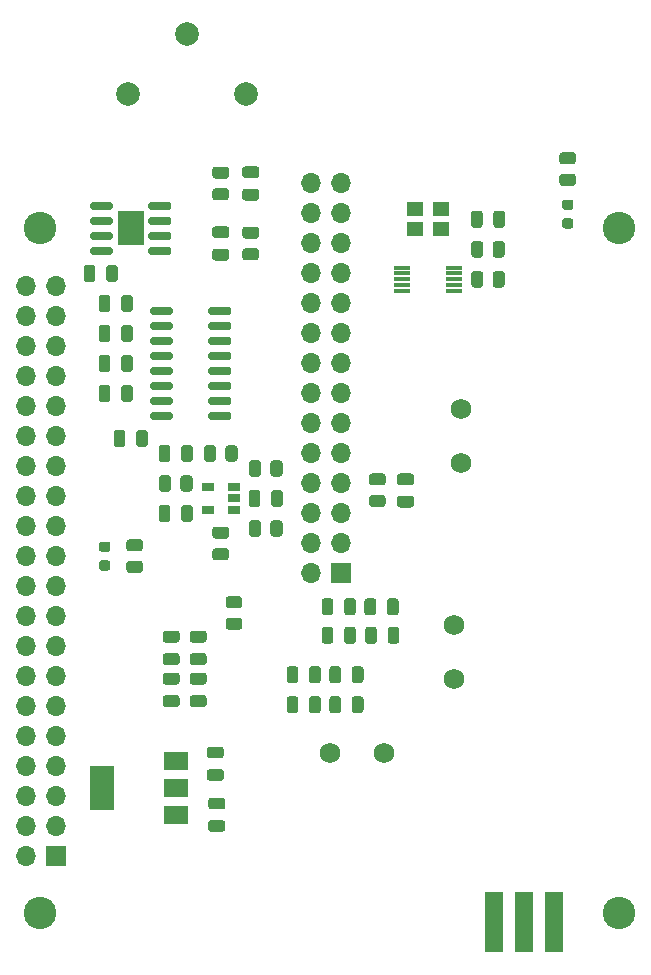
<source format=gbr>
%TF.GenerationSoftware,KiCad,Pcbnew,5.1.12-84ad8e8a86~92~ubuntu18.04.1*%
%TF.CreationDate,2022-01-27T22:07:28+11:00*%
%TF.ProjectId,bbb,6262622e-6b69-4636-9164-5f7063625858,rev?*%
%TF.SameCoordinates,Original*%
%TF.FileFunction,Soldermask,Top*%
%TF.FilePolarity,Negative*%
%FSLAX46Y46*%
G04 Gerber Fmt 4.6, Leading zero omitted, Abs format (unit mm)*
G04 Created by KiCad (PCBNEW 5.1.12-84ad8e8a86~92~ubuntu18.04.1) date 2022-01-27 22:07:28*
%MOMM*%
%LPD*%
G01*
G04 APERTURE LIST*
%ADD10C,1.727200*%
%ADD11C,2.006600*%
%ADD12R,1.524000X5.080000*%
%ADD13C,2.750000*%
%ADD14O,1.700000X1.700000*%
%ADD15R,1.700000X1.700000*%
%ADD16R,1.060000X0.650000*%
%ADD17R,1.400000X0.300000*%
%ADD18R,1.400000X1.200000*%
%ADD19R,2.290000X3.000000*%
%ADD20R,2.000000X3.800000*%
%ADD21R,2.000000X1.500000*%
G04 APERTURE END LIST*
D10*
%TO.C,L3*%
X140741400Y-126250700D03*
X145313400Y-126250700D03*
%TD*%
%TO.C,L1*%
X151841200Y-101714300D03*
X151841200Y-97142300D03*
%TD*%
%TO.C,L2*%
X151231600Y-120002300D03*
X151231600Y-115430300D03*
%TD*%
D11*
%TO.C,J3*%
X128629400Y-65415800D03*
X133629400Y-70415800D03*
X123629400Y-70415800D03*
%TD*%
D12*
%TO.C,U6*%
X154635200Y-140538200D03*
X157175200Y-140538200D03*
X159715200Y-140538200D03*
%TD*%
D13*
%TO.C,RP?*%
X116205000Y-139832900D03*
X116205000Y-81832900D03*
X165205000Y-139832900D03*
X165205000Y-81832900D03*
%TD*%
%TO.C,R11*%
G36*
G01*
X160395498Y-75384600D02*
X161295502Y-75384600D01*
G75*
G02*
X161545500Y-75634598I0J-249998D01*
G01*
X161545500Y-76159602D01*
G75*
G02*
X161295502Y-76409600I-249998J0D01*
G01*
X160395498Y-76409600D01*
G75*
G02*
X160145500Y-76159602I0J249998D01*
G01*
X160145500Y-75634598D01*
G75*
G02*
X160395498Y-75384600I249998J0D01*
G01*
G37*
G36*
G01*
X160395498Y-77209600D02*
X161295502Y-77209600D01*
G75*
G02*
X161545500Y-77459598I0J-249998D01*
G01*
X161545500Y-77984602D01*
G75*
G02*
X161295502Y-78234600I-249998J0D01*
G01*
X160395498Y-78234600D01*
G75*
G02*
X160145500Y-77984602I0J249998D01*
G01*
X160145500Y-77459598D01*
G75*
G02*
X160395498Y-77209600I249998J0D01*
G01*
G37*
%TD*%
%TO.C,D2*%
G36*
G01*
X161101750Y-81844600D02*
X160589250Y-81844600D01*
G75*
G02*
X160370500Y-81625850I0J218750D01*
G01*
X160370500Y-81188350D01*
G75*
G02*
X160589250Y-80969600I218750J0D01*
G01*
X161101750Y-80969600D01*
G75*
G02*
X161320500Y-81188350I0J-218750D01*
G01*
X161320500Y-81625850D01*
G75*
G02*
X161101750Y-81844600I-218750J0D01*
G01*
G37*
G36*
G01*
X161101750Y-80269600D02*
X160589250Y-80269600D01*
G75*
G02*
X160370500Y-80050850I0J218750D01*
G01*
X160370500Y-79613350D01*
G75*
G02*
X160589250Y-79394600I218750J0D01*
G01*
X161101750Y-79394600D01*
G75*
G02*
X161320500Y-79613350I0J-218750D01*
G01*
X161320500Y-80050850D01*
G75*
G02*
X161101750Y-80269600I-218750J0D01*
G01*
G37*
%TD*%
D14*
%TO.C,J2*%
X114947700Y-86690200D03*
X117487700Y-86690200D03*
X114947700Y-89230200D03*
X117487700Y-89230200D03*
X114947700Y-91770200D03*
X117487700Y-91770200D03*
X114947700Y-94310200D03*
X117487700Y-94310200D03*
X114947700Y-96850200D03*
X117487700Y-96850200D03*
X114947700Y-99390200D03*
X117487700Y-99390200D03*
X114947700Y-101930200D03*
X117487700Y-101930200D03*
X114947700Y-104470200D03*
X117487700Y-104470200D03*
X114947700Y-107010200D03*
X117487700Y-107010200D03*
X114947700Y-109550200D03*
X117487700Y-109550200D03*
X114947700Y-112090200D03*
X117487700Y-112090200D03*
X114947700Y-114630200D03*
X117487700Y-114630200D03*
X114947700Y-117170200D03*
X117487700Y-117170200D03*
X114947700Y-119710200D03*
X117487700Y-119710200D03*
X114947700Y-122250200D03*
X117487700Y-122250200D03*
X114947700Y-124790200D03*
X117487700Y-124790200D03*
X114947700Y-127330200D03*
X117487700Y-127330200D03*
X114947700Y-129870200D03*
X117487700Y-129870200D03*
X114947700Y-132410200D03*
X117487700Y-132410200D03*
X114947700Y-134950200D03*
D15*
X117487700Y-134950200D03*
%TD*%
%TO.C,R10*%
G36*
G01*
X124630602Y-109175600D02*
X123730598Y-109175600D01*
G75*
G02*
X123480600Y-108925602I0J249998D01*
G01*
X123480600Y-108400598D01*
G75*
G02*
X123730598Y-108150600I249998J0D01*
G01*
X124630602Y-108150600D01*
G75*
G02*
X124880600Y-108400598I0J-249998D01*
G01*
X124880600Y-108925602D01*
G75*
G02*
X124630602Y-109175600I-249998J0D01*
G01*
G37*
G36*
G01*
X124630602Y-111000600D02*
X123730598Y-111000600D01*
G75*
G02*
X123480600Y-110750602I0J249998D01*
G01*
X123480600Y-110225598D01*
G75*
G02*
X123730598Y-109975600I249998J0D01*
G01*
X124630602Y-109975600D01*
G75*
G02*
X124880600Y-110225598I0J-249998D01*
G01*
X124880600Y-110750602D01*
G75*
G02*
X124630602Y-111000600I-249998J0D01*
G01*
G37*
%TD*%
%TO.C,D1*%
G36*
G01*
X121896850Y-109225600D02*
X121384350Y-109225600D01*
G75*
G02*
X121165600Y-109006850I0J218750D01*
G01*
X121165600Y-108569350D01*
G75*
G02*
X121384350Y-108350600I218750J0D01*
G01*
X121896850Y-108350600D01*
G75*
G02*
X122115600Y-108569350I0J-218750D01*
G01*
X122115600Y-109006850D01*
G75*
G02*
X121896850Y-109225600I-218750J0D01*
G01*
G37*
G36*
G01*
X121896850Y-110800600D02*
X121384350Y-110800600D01*
G75*
G02*
X121165600Y-110581850I0J218750D01*
G01*
X121165600Y-110144350D01*
G75*
G02*
X121384350Y-109925600I218750J0D01*
G01*
X121896850Y-109925600D01*
G75*
G02*
X122115600Y-110144350I0J-218750D01*
G01*
X122115600Y-110581850D01*
G75*
G02*
X121896850Y-110800600I-218750J0D01*
G01*
G37*
%TD*%
D16*
%TO.C,U1*%
X130370400Y-105648800D03*
X130370400Y-103748800D03*
X132570400Y-103748800D03*
X132570400Y-104698800D03*
X132570400Y-105648800D03*
%TD*%
%TO.C,C2*%
G36*
G01*
X134830400Y-104223800D02*
X134830400Y-105173800D01*
G75*
G02*
X134580400Y-105423800I-250000J0D01*
G01*
X134080400Y-105423800D01*
G75*
G02*
X133830400Y-105173800I0J250000D01*
G01*
X133830400Y-104223800D01*
G75*
G02*
X134080400Y-103973800I250000J0D01*
G01*
X134580400Y-103973800D01*
G75*
G02*
X134830400Y-104223800I0J-250000D01*
G01*
G37*
G36*
G01*
X136730400Y-104223800D02*
X136730400Y-105173800D01*
G75*
G02*
X136480400Y-105423800I-250000J0D01*
G01*
X135980400Y-105423800D01*
G75*
G02*
X135730400Y-105173800I0J250000D01*
G01*
X135730400Y-104223800D01*
G75*
G02*
X135980400Y-103973800I250000J0D01*
G01*
X136480400Y-103973800D01*
G75*
G02*
X136730400Y-104223800I0J-250000D01*
G01*
G37*
%TD*%
%TO.C,C1*%
G36*
G01*
X127210400Y-100413800D02*
X127210400Y-101363800D01*
G75*
G02*
X126960400Y-101613800I-250000J0D01*
G01*
X126460400Y-101613800D01*
G75*
G02*
X126210400Y-101363800I0J250000D01*
G01*
X126210400Y-100413800D01*
G75*
G02*
X126460400Y-100163800I250000J0D01*
G01*
X126960400Y-100163800D01*
G75*
G02*
X127210400Y-100413800I0J-250000D01*
G01*
G37*
G36*
G01*
X129110400Y-100413800D02*
X129110400Y-101363800D01*
G75*
G02*
X128860400Y-101613800I-250000J0D01*
G01*
X128360400Y-101613800D01*
G75*
G02*
X128110400Y-101363800I0J250000D01*
G01*
X128110400Y-100413800D01*
G75*
G02*
X128360400Y-100163800I250000J0D01*
G01*
X128860400Y-100163800D01*
G75*
G02*
X129110400Y-100413800I0J-250000D01*
G01*
G37*
%TD*%
D17*
%TO.C,U2*%
X151221800Y-87144100D03*
X151221800Y-86644100D03*
X151221800Y-86144100D03*
X151221800Y-85644100D03*
X151221800Y-85144100D03*
X146821800Y-85144100D03*
X146821800Y-85644100D03*
X146821800Y-86144100D03*
X146821800Y-86644100D03*
X146821800Y-87144100D03*
%TD*%
D18*
%TO.C,Y1*%
X147921800Y-80214100D03*
X150121800Y-80214100D03*
X150121800Y-81914100D03*
X147921800Y-81914100D03*
%TD*%
%TO.C,C3*%
G36*
G01*
X126210400Y-106443800D02*
X126210400Y-105493800D01*
G75*
G02*
X126460400Y-105243800I250000J0D01*
G01*
X126960400Y-105243800D01*
G75*
G02*
X127210400Y-105493800I0J-250000D01*
G01*
X127210400Y-106443800D01*
G75*
G02*
X126960400Y-106693800I-250000J0D01*
G01*
X126460400Y-106693800D01*
G75*
G02*
X126210400Y-106443800I0J250000D01*
G01*
G37*
G36*
G01*
X128110400Y-106443800D02*
X128110400Y-105493800D01*
G75*
G02*
X128360400Y-105243800I250000J0D01*
G01*
X128860400Y-105243800D01*
G75*
G02*
X129110400Y-105493800I0J-250000D01*
G01*
X129110400Y-106443800D01*
G75*
G02*
X128860400Y-106693800I-250000J0D01*
G01*
X128360400Y-106693800D01*
G75*
G02*
X128110400Y-106443800I0J250000D01*
G01*
G37*
%TD*%
%TO.C,C4*%
G36*
G01*
X155551800Y-80589100D02*
X155551800Y-81539100D01*
G75*
G02*
X155301800Y-81789100I-250000J0D01*
G01*
X154801800Y-81789100D01*
G75*
G02*
X154551800Y-81539100I0J250000D01*
G01*
X154551800Y-80589100D01*
G75*
G02*
X154801800Y-80339100I250000J0D01*
G01*
X155301800Y-80339100D01*
G75*
G02*
X155551800Y-80589100I0J-250000D01*
G01*
G37*
G36*
G01*
X153651800Y-80589100D02*
X153651800Y-81539100D01*
G75*
G02*
X153401800Y-81789100I-250000J0D01*
G01*
X152901800Y-81789100D01*
G75*
G02*
X152651800Y-81539100I0J250000D01*
G01*
X152651800Y-80589100D01*
G75*
G02*
X152901800Y-80339100I250000J0D01*
G01*
X153401800Y-80339100D01*
G75*
G02*
X153651800Y-80589100I0J-250000D01*
G01*
G37*
%TD*%
%TO.C,C5*%
G36*
G01*
X123400400Y-99143800D02*
X123400400Y-100093800D01*
G75*
G02*
X123150400Y-100343800I-250000J0D01*
G01*
X122650400Y-100343800D01*
G75*
G02*
X122400400Y-100093800I0J250000D01*
G01*
X122400400Y-99143800D01*
G75*
G02*
X122650400Y-98893800I250000J0D01*
G01*
X123150400Y-98893800D01*
G75*
G02*
X123400400Y-99143800I0J-250000D01*
G01*
G37*
G36*
G01*
X125300400Y-99143800D02*
X125300400Y-100093800D01*
G75*
G02*
X125050400Y-100343800I-250000J0D01*
G01*
X124550400Y-100343800D01*
G75*
G02*
X124300400Y-100093800I0J250000D01*
G01*
X124300400Y-99143800D01*
G75*
G02*
X124550400Y-98893800I250000J0D01*
G01*
X125050400Y-98893800D01*
G75*
G02*
X125300400Y-99143800I0J-250000D01*
G01*
G37*
%TD*%
%TO.C,C6*%
G36*
G01*
X122130400Y-92793800D02*
X122130400Y-93743800D01*
G75*
G02*
X121880400Y-93993800I-250000J0D01*
G01*
X121380400Y-93993800D01*
G75*
G02*
X121130400Y-93743800I0J250000D01*
G01*
X121130400Y-92793800D01*
G75*
G02*
X121380400Y-92543800I250000J0D01*
G01*
X121880400Y-92543800D01*
G75*
G02*
X122130400Y-92793800I0J-250000D01*
G01*
G37*
G36*
G01*
X124030400Y-92793800D02*
X124030400Y-93743800D01*
G75*
G02*
X123780400Y-93993800I-250000J0D01*
G01*
X123280400Y-93993800D01*
G75*
G02*
X123030400Y-93743800I0J250000D01*
G01*
X123030400Y-92793800D01*
G75*
G02*
X123280400Y-92543800I250000J0D01*
G01*
X123780400Y-92543800D01*
G75*
G02*
X124030400Y-92793800I0J-250000D01*
G01*
G37*
%TD*%
%TO.C,C7*%
G36*
G01*
X124030400Y-90253800D02*
X124030400Y-91203800D01*
G75*
G02*
X123780400Y-91453800I-250000J0D01*
G01*
X123280400Y-91453800D01*
G75*
G02*
X123030400Y-91203800I0J250000D01*
G01*
X123030400Y-90253800D01*
G75*
G02*
X123280400Y-90003800I250000J0D01*
G01*
X123780400Y-90003800D01*
G75*
G02*
X124030400Y-90253800I0J-250000D01*
G01*
G37*
G36*
G01*
X122130400Y-90253800D02*
X122130400Y-91203800D01*
G75*
G02*
X121880400Y-91453800I-250000J0D01*
G01*
X121380400Y-91453800D01*
G75*
G02*
X121130400Y-91203800I0J250000D01*
G01*
X121130400Y-90253800D01*
G75*
G02*
X121380400Y-90003800I250000J0D01*
G01*
X121880400Y-90003800D01*
G75*
G02*
X122130400Y-90253800I0J-250000D01*
G01*
G37*
%TD*%
%TO.C,C8*%
G36*
G01*
X122130400Y-87713800D02*
X122130400Y-88663800D01*
G75*
G02*
X121880400Y-88913800I-250000J0D01*
G01*
X121380400Y-88913800D01*
G75*
G02*
X121130400Y-88663800I0J250000D01*
G01*
X121130400Y-87713800D01*
G75*
G02*
X121380400Y-87463800I250000J0D01*
G01*
X121880400Y-87463800D01*
G75*
G02*
X122130400Y-87713800I0J-250000D01*
G01*
G37*
G36*
G01*
X124030400Y-87713800D02*
X124030400Y-88663800D01*
G75*
G02*
X123780400Y-88913800I-250000J0D01*
G01*
X123280400Y-88913800D01*
G75*
G02*
X123030400Y-88663800I0J250000D01*
G01*
X123030400Y-87713800D01*
G75*
G02*
X123280400Y-87463800I250000J0D01*
G01*
X123780400Y-87463800D01*
G75*
G02*
X124030400Y-87713800I0J-250000D01*
G01*
G37*
%TD*%
%TO.C,C9*%
G36*
G01*
X120860400Y-85173800D02*
X120860400Y-86123800D01*
G75*
G02*
X120610400Y-86373800I-250000J0D01*
G01*
X120110400Y-86373800D01*
G75*
G02*
X119860400Y-86123800I0J250000D01*
G01*
X119860400Y-85173800D01*
G75*
G02*
X120110400Y-84923800I250000J0D01*
G01*
X120610400Y-84923800D01*
G75*
G02*
X120860400Y-85173800I0J-250000D01*
G01*
G37*
G36*
G01*
X122760400Y-85173800D02*
X122760400Y-86123800D01*
G75*
G02*
X122510400Y-86373800I-250000J0D01*
G01*
X122010400Y-86373800D01*
G75*
G02*
X121760400Y-86123800I0J250000D01*
G01*
X121760400Y-85173800D01*
G75*
G02*
X122010400Y-84923800I250000J0D01*
G01*
X122510400Y-84923800D01*
G75*
G02*
X122760400Y-85173800I0J-250000D01*
G01*
G37*
%TD*%
%TO.C,C10*%
G36*
G01*
X124030400Y-95333800D02*
X124030400Y-96283800D01*
G75*
G02*
X123780400Y-96533800I-250000J0D01*
G01*
X123280400Y-96533800D01*
G75*
G02*
X123030400Y-96283800I0J250000D01*
G01*
X123030400Y-95333800D01*
G75*
G02*
X123280400Y-95083800I250000J0D01*
G01*
X123780400Y-95083800D01*
G75*
G02*
X124030400Y-95333800I0J-250000D01*
G01*
G37*
G36*
G01*
X122130400Y-95333800D02*
X122130400Y-96283800D01*
G75*
G02*
X121880400Y-96533800I-250000J0D01*
G01*
X121380400Y-96533800D01*
G75*
G02*
X121130400Y-96283800I0J250000D01*
G01*
X121130400Y-95333800D01*
G75*
G02*
X121380400Y-95083800I250000J0D01*
G01*
X121880400Y-95083800D01*
G75*
G02*
X122130400Y-95333800I0J-250000D01*
G01*
G37*
%TD*%
%TO.C,C11*%
G36*
G01*
X131945400Y-82658800D02*
X130995400Y-82658800D01*
G75*
G02*
X130745400Y-82408800I0J250000D01*
G01*
X130745400Y-81908800D01*
G75*
G02*
X130995400Y-81658800I250000J0D01*
G01*
X131945400Y-81658800D01*
G75*
G02*
X132195400Y-81908800I0J-250000D01*
G01*
X132195400Y-82408800D01*
G75*
G02*
X131945400Y-82658800I-250000J0D01*
G01*
G37*
G36*
G01*
X131945400Y-84558800D02*
X130995400Y-84558800D01*
G75*
G02*
X130745400Y-84308800I0J250000D01*
G01*
X130745400Y-83808800D01*
G75*
G02*
X130995400Y-83558800I250000J0D01*
G01*
X131945400Y-83558800D01*
G75*
G02*
X132195400Y-83808800I0J-250000D01*
G01*
X132195400Y-84308800D01*
G75*
G02*
X131945400Y-84558800I-250000J0D01*
G01*
G37*
%TD*%
%TO.C,C12*%
G36*
G01*
X133535400Y-76578800D02*
X134485400Y-76578800D01*
G75*
G02*
X134735400Y-76828800I0J-250000D01*
G01*
X134735400Y-77328800D01*
G75*
G02*
X134485400Y-77578800I-250000J0D01*
G01*
X133535400Y-77578800D01*
G75*
G02*
X133285400Y-77328800I0J250000D01*
G01*
X133285400Y-76828800D01*
G75*
G02*
X133535400Y-76578800I250000J0D01*
G01*
G37*
G36*
G01*
X133535400Y-78478800D02*
X134485400Y-78478800D01*
G75*
G02*
X134735400Y-78728800I0J-250000D01*
G01*
X134735400Y-79228800D01*
G75*
G02*
X134485400Y-79478800I-250000J0D01*
G01*
X133535400Y-79478800D01*
G75*
G02*
X133285400Y-79228800I0J250000D01*
G01*
X133285400Y-78728800D01*
G75*
G02*
X133535400Y-78478800I250000J0D01*
G01*
G37*
%TD*%
%TO.C,R1*%
G36*
G01*
X130045400Y-101338802D02*
X130045400Y-100438798D01*
G75*
G02*
X130295398Y-100188800I249998J0D01*
G01*
X130820402Y-100188800D01*
G75*
G02*
X131070400Y-100438798I0J-249998D01*
G01*
X131070400Y-101338802D01*
G75*
G02*
X130820402Y-101588800I-249998J0D01*
G01*
X130295398Y-101588800D01*
G75*
G02*
X130045400Y-101338802I0J249998D01*
G01*
G37*
G36*
G01*
X131870400Y-101338802D02*
X131870400Y-100438798D01*
G75*
G02*
X132120398Y-100188800I249998J0D01*
G01*
X132645402Y-100188800D01*
G75*
G02*
X132895400Y-100438798I0J-249998D01*
G01*
X132895400Y-101338802D01*
G75*
G02*
X132645402Y-101588800I-249998J0D01*
G01*
X132120398Y-101588800D01*
G75*
G02*
X131870400Y-101338802I0J249998D01*
G01*
G37*
%TD*%
%TO.C,R2*%
G36*
G01*
X129085400Y-102978798D02*
X129085400Y-103878802D01*
G75*
G02*
X128835402Y-104128800I-249998J0D01*
G01*
X128310398Y-104128800D01*
G75*
G02*
X128060400Y-103878802I0J249998D01*
G01*
X128060400Y-102978798D01*
G75*
G02*
X128310398Y-102728800I249998J0D01*
G01*
X128835402Y-102728800D01*
G75*
G02*
X129085400Y-102978798I0J-249998D01*
G01*
G37*
G36*
G01*
X127260400Y-102978798D02*
X127260400Y-103878802D01*
G75*
G02*
X127010402Y-104128800I-249998J0D01*
G01*
X126485398Y-104128800D01*
G75*
G02*
X126235400Y-103878802I0J249998D01*
G01*
X126235400Y-102978798D01*
G75*
G02*
X126485398Y-102728800I249998J0D01*
G01*
X127010402Y-102728800D01*
G75*
G02*
X127260400Y-102978798I0J-249998D01*
G01*
G37*
%TD*%
%TO.C,R3*%
G36*
G01*
X135680400Y-102608802D02*
X135680400Y-101708798D01*
G75*
G02*
X135930398Y-101458800I249998J0D01*
G01*
X136455402Y-101458800D01*
G75*
G02*
X136705400Y-101708798I0J-249998D01*
G01*
X136705400Y-102608802D01*
G75*
G02*
X136455402Y-102858800I-249998J0D01*
G01*
X135930398Y-102858800D01*
G75*
G02*
X135680400Y-102608802I0J249998D01*
G01*
G37*
G36*
G01*
X133855400Y-102608802D02*
X133855400Y-101708798D01*
G75*
G02*
X134105398Y-101458800I249998J0D01*
G01*
X134630402Y-101458800D01*
G75*
G02*
X134880400Y-101708798I0J-249998D01*
G01*
X134880400Y-102608802D01*
G75*
G02*
X134630402Y-102858800I-249998J0D01*
G01*
X134105398Y-102858800D01*
G75*
G02*
X133855400Y-102608802I0J249998D01*
G01*
G37*
%TD*%
%TO.C,R4*%
G36*
G01*
X131920402Y-109933800D02*
X131020398Y-109933800D01*
G75*
G02*
X130770400Y-109683802I0J249998D01*
G01*
X130770400Y-109158798D01*
G75*
G02*
X131020398Y-108908800I249998J0D01*
G01*
X131920402Y-108908800D01*
G75*
G02*
X132170400Y-109158798I0J-249998D01*
G01*
X132170400Y-109683802D01*
G75*
G02*
X131920402Y-109933800I-249998J0D01*
G01*
G37*
G36*
G01*
X131920402Y-108108800D02*
X131020398Y-108108800D01*
G75*
G02*
X130770400Y-107858802I0J249998D01*
G01*
X130770400Y-107333798D01*
G75*
G02*
X131020398Y-107083800I249998J0D01*
G01*
X131920402Y-107083800D01*
G75*
G02*
X132170400Y-107333798I0J-249998D01*
G01*
X132170400Y-107858802D01*
G75*
G02*
X131920402Y-108108800I-249998J0D01*
G01*
G37*
%TD*%
%TO.C,R5*%
G36*
G01*
X152676800Y-86594102D02*
X152676800Y-85694098D01*
G75*
G02*
X152926798Y-85444100I249998J0D01*
G01*
X153451802Y-85444100D01*
G75*
G02*
X153701800Y-85694098I0J-249998D01*
G01*
X153701800Y-86594102D01*
G75*
G02*
X153451802Y-86844100I-249998J0D01*
G01*
X152926798Y-86844100D01*
G75*
G02*
X152676800Y-86594102I0J249998D01*
G01*
G37*
G36*
G01*
X154501800Y-86594102D02*
X154501800Y-85694098D01*
G75*
G02*
X154751798Y-85444100I249998J0D01*
G01*
X155276802Y-85444100D01*
G75*
G02*
X155526800Y-85694098I0J-249998D01*
G01*
X155526800Y-86594102D01*
G75*
G02*
X155276802Y-86844100I-249998J0D01*
G01*
X154751798Y-86844100D01*
G75*
G02*
X154501800Y-86594102I0J249998D01*
G01*
G37*
%TD*%
%TO.C,R6*%
G36*
G01*
X154501800Y-84054102D02*
X154501800Y-83154098D01*
G75*
G02*
X154751798Y-82904100I249998J0D01*
G01*
X155276802Y-82904100D01*
G75*
G02*
X155526800Y-83154098I0J-249998D01*
G01*
X155526800Y-84054102D01*
G75*
G02*
X155276802Y-84304100I-249998J0D01*
G01*
X154751798Y-84304100D01*
G75*
G02*
X154501800Y-84054102I0J249998D01*
G01*
G37*
G36*
G01*
X152676800Y-84054102D02*
X152676800Y-83154098D01*
G75*
G02*
X152926798Y-82904100I249998J0D01*
G01*
X153451802Y-82904100D01*
G75*
G02*
X153701800Y-83154098I0J-249998D01*
G01*
X153701800Y-84054102D01*
G75*
G02*
X153451802Y-84304100I-249998J0D01*
G01*
X152926798Y-84304100D01*
G75*
G02*
X152676800Y-84054102I0J249998D01*
G01*
G37*
%TD*%
%TO.C,R7*%
G36*
G01*
X134880400Y-106788798D02*
X134880400Y-107688802D01*
G75*
G02*
X134630402Y-107938800I-249998J0D01*
G01*
X134105398Y-107938800D01*
G75*
G02*
X133855400Y-107688802I0J249998D01*
G01*
X133855400Y-106788798D01*
G75*
G02*
X134105398Y-106538800I249998J0D01*
G01*
X134630402Y-106538800D01*
G75*
G02*
X134880400Y-106788798I0J-249998D01*
G01*
G37*
G36*
G01*
X136705400Y-106788798D02*
X136705400Y-107688802D01*
G75*
G02*
X136455402Y-107938800I-249998J0D01*
G01*
X135930398Y-107938800D01*
G75*
G02*
X135680400Y-107688802I0J249998D01*
G01*
X135680400Y-106788798D01*
G75*
G02*
X135930398Y-106538800I249998J0D01*
G01*
X136455402Y-106538800D01*
G75*
G02*
X136705400Y-106788798I0J-249998D01*
G01*
G37*
%TD*%
%TO.C,R8*%
G36*
G01*
X134460402Y-82708800D02*
X133560398Y-82708800D01*
G75*
G02*
X133310400Y-82458802I0J249998D01*
G01*
X133310400Y-81933798D01*
G75*
G02*
X133560398Y-81683800I249998J0D01*
G01*
X134460402Y-81683800D01*
G75*
G02*
X134710400Y-81933798I0J-249998D01*
G01*
X134710400Y-82458802D01*
G75*
G02*
X134460402Y-82708800I-249998J0D01*
G01*
G37*
G36*
G01*
X134460402Y-84533800D02*
X133560398Y-84533800D01*
G75*
G02*
X133310400Y-84283802I0J249998D01*
G01*
X133310400Y-83758798D01*
G75*
G02*
X133560398Y-83508800I249998J0D01*
G01*
X134460402Y-83508800D01*
G75*
G02*
X134710400Y-83758798I0J-249998D01*
G01*
X134710400Y-84283802D01*
G75*
G02*
X134460402Y-84533800I-249998J0D01*
G01*
G37*
%TD*%
%TO.C,R9*%
G36*
G01*
X131020398Y-76603800D02*
X131920402Y-76603800D01*
G75*
G02*
X132170400Y-76853798I0J-249998D01*
G01*
X132170400Y-77378802D01*
G75*
G02*
X131920402Y-77628800I-249998J0D01*
G01*
X131020398Y-77628800D01*
G75*
G02*
X130770400Y-77378802I0J249998D01*
G01*
X130770400Y-76853798D01*
G75*
G02*
X131020398Y-76603800I249998J0D01*
G01*
G37*
G36*
G01*
X131020398Y-78428800D02*
X131920402Y-78428800D01*
G75*
G02*
X132170400Y-78678798I0J-249998D01*
G01*
X132170400Y-79203802D01*
G75*
G02*
X131920402Y-79453800I-249998J0D01*
G01*
X131020398Y-79453800D01*
G75*
G02*
X130770400Y-79203802I0J249998D01*
G01*
X130770400Y-78678798D01*
G75*
G02*
X131020398Y-78428800I249998J0D01*
G01*
G37*
%TD*%
%TO.C,U3*%
G36*
G01*
X132380400Y-97563800D02*
X132380400Y-97863800D01*
G75*
G02*
X132230400Y-98013800I-150000J0D01*
G01*
X130580400Y-98013800D01*
G75*
G02*
X130430400Y-97863800I0J150000D01*
G01*
X130430400Y-97563800D01*
G75*
G02*
X130580400Y-97413800I150000J0D01*
G01*
X132230400Y-97413800D01*
G75*
G02*
X132380400Y-97563800I0J-150000D01*
G01*
G37*
G36*
G01*
X132380400Y-96293800D02*
X132380400Y-96593800D01*
G75*
G02*
X132230400Y-96743800I-150000J0D01*
G01*
X130580400Y-96743800D01*
G75*
G02*
X130430400Y-96593800I0J150000D01*
G01*
X130430400Y-96293800D01*
G75*
G02*
X130580400Y-96143800I150000J0D01*
G01*
X132230400Y-96143800D01*
G75*
G02*
X132380400Y-96293800I0J-150000D01*
G01*
G37*
G36*
G01*
X132380400Y-95023800D02*
X132380400Y-95323800D01*
G75*
G02*
X132230400Y-95473800I-150000J0D01*
G01*
X130580400Y-95473800D01*
G75*
G02*
X130430400Y-95323800I0J150000D01*
G01*
X130430400Y-95023800D01*
G75*
G02*
X130580400Y-94873800I150000J0D01*
G01*
X132230400Y-94873800D01*
G75*
G02*
X132380400Y-95023800I0J-150000D01*
G01*
G37*
G36*
G01*
X132380400Y-93753800D02*
X132380400Y-94053800D01*
G75*
G02*
X132230400Y-94203800I-150000J0D01*
G01*
X130580400Y-94203800D01*
G75*
G02*
X130430400Y-94053800I0J150000D01*
G01*
X130430400Y-93753800D01*
G75*
G02*
X130580400Y-93603800I150000J0D01*
G01*
X132230400Y-93603800D01*
G75*
G02*
X132380400Y-93753800I0J-150000D01*
G01*
G37*
G36*
G01*
X132380400Y-92483800D02*
X132380400Y-92783800D01*
G75*
G02*
X132230400Y-92933800I-150000J0D01*
G01*
X130580400Y-92933800D01*
G75*
G02*
X130430400Y-92783800I0J150000D01*
G01*
X130430400Y-92483800D01*
G75*
G02*
X130580400Y-92333800I150000J0D01*
G01*
X132230400Y-92333800D01*
G75*
G02*
X132380400Y-92483800I0J-150000D01*
G01*
G37*
G36*
G01*
X132380400Y-91213800D02*
X132380400Y-91513800D01*
G75*
G02*
X132230400Y-91663800I-150000J0D01*
G01*
X130580400Y-91663800D01*
G75*
G02*
X130430400Y-91513800I0J150000D01*
G01*
X130430400Y-91213800D01*
G75*
G02*
X130580400Y-91063800I150000J0D01*
G01*
X132230400Y-91063800D01*
G75*
G02*
X132380400Y-91213800I0J-150000D01*
G01*
G37*
G36*
G01*
X132380400Y-89943800D02*
X132380400Y-90243800D01*
G75*
G02*
X132230400Y-90393800I-150000J0D01*
G01*
X130580400Y-90393800D01*
G75*
G02*
X130430400Y-90243800I0J150000D01*
G01*
X130430400Y-89943800D01*
G75*
G02*
X130580400Y-89793800I150000J0D01*
G01*
X132230400Y-89793800D01*
G75*
G02*
X132380400Y-89943800I0J-150000D01*
G01*
G37*
G36*
G01*
X132380400Y-88673800D02*
X132380400Y-88973800D01*
G75*
G02*
X132230400Y-89123800I-150000J0D01*
G01*
X130580400Y-89123800D01*
G75*
G02*
X130430400Y-88973800I0J150000D01*
G01*
X130430400Y-88673800D01*
G75*
G02*
X130580400Y-88523800I150000J0D01*
G01*
X132230400Y-88523800D01*
G75*
G02*
X132380400Y-88673800I0J-150000D01*
G01*
G37*
G36*
G01*
X127430400Y-88673800D02*
X127430400Y-88973800D01*
G75*
G02*
X127280400Y-89123800I-150000J0D01*
G01*
X125630400Y-89123800D01*
G75*
G02*
X125480400Y-88973800I0J150000D01*
G01*
X125480400Y-88673800D01*
G75*
G02*
X125630400Y-88523800I150000J0D01*
G01*
X127280400Y-88523800D01*
G75*
G02*
X127430400Y-88673800I0J-150000D01*
G01*
G37*
G36*
G01*
X127430400Y-89943800D02*
X127430400Y-90243800D01*
G75*
G02*
X127280400Y-90393800I-150000J0D01*
G01*
X125630400Y-90393800D01*
G75*
G02*
X125480400Y-90243800I0J150000D01*
G01*
X125480400Y-89943800D01*
G75*
G02*
X125630400Y-89793800I150000J0D01*
G01*
X127280400Y-89793800D01*
G75*
G02*
X127430400Y-89943800I0J-150000D01*
G01*
G37*
G36*
G01*
X127430400Y-91213800D02*
X127430400Y-91513800D01*
G75*
G02*
X127280400Y-91663800I-150000J0D01*
G01*
X125630400Y-91663800D01*
G75*
G02*
X125480400Y-91513800I0J150000D01*
G01*
X125480400Y-91213800D01*
G75*
G02*
X125630400Y-91063800I150000J0D01*
G01*
X127280400Y-91063800D01*
G75*
G02*
X127430400Y-91213800I0J-150000D01*
G01*
G37*
G36*
G01*
X127430400Y-92483800D02*
X127430400Y-92783800D01*
G75*
G02*
X127280400Y-92933800I-150000J0D01*
G01*
X125630400Y-92933800D01*
G75*
G02*
X125480400Y-92783800I0J150000D01*
G01*
X125480400Y-92483800D01*
G75*
G02*
X125630400Y-92333800I150000J0D01*
G01*
X127280400Y-92333800D01*
G75*
G02*
X127430400Y-92483800I0J-150000D01*
G01*
G37*
G36*
G01*
X127430400Y-93753800D02*
X127430400Y-94053800D01*
G75*
G02*
X127280400Y-94203800I-150000J0D01*
G01*
X125630400Y-94203800D01*
G75*
G02*
X125480400Y-94053800I0J150000D01*
G01*
X125480400Y-93753800D01*
G75*
G02*
X125630400Y-93603800I150000J0D01*
G01*
X127280400Y-93603800D01*
G75*
G02*
X127430400Y-93753800I0J-150000D01*
G01*
G37*
G36*
G01*
X127430400Y-95023800D02*
X127430400Y-95323800D01*
G75*
G02*
X127280400Y-95473800I-150000J0D01*
G01*
X125630400Y-95473800D01*
G75*
G02*
X125480400Y-95323800I0J150000D01*
G01*
X125480400Y-95023800D01*
G75*
G02*
X125630400Y-94873800I150000J0D01*
G01*
X127280400Y-94873800D01*
G75*
G02*
X127430400Y-95023800I0J-150000D01*
G01*
G37*
G36*
G01*
X127430400Y-96293800D02*
X127430400Y-96593800D01*
G75*
G02*
X127280400Y-96743800I-150000J0D01*
G01*
X125630400Y-96743800D01*
G75*
G02*
X125480400Y-96593800I0J150000D01*
G01*
X125480400Y-96293800D01*
G75*
G02*
X125630400Y-96143800I150000J0D01*
G01*
X127280400Y-96143800D01*
G75*
G02*
X127430400Y-96293800I0J-150000D01*
G01*
G37*
G36*
G01*
X127430400Y-97563800D02*
X127430400Y-97863800D01*
G75*
G02*
X127280400Y-98013800I-150000J0D01*
G01*
X125630400Y-98013800D01*
G75*
G02*
X125480400Y-97863800I0J150000D01*
G01*
X125480400Y-97563800D01*
G75*
G02*
X125630400Y-97413800I150000J0D01*
G01*
X127280400Y-97413800D01*
G75*
G02*
X127430400Y-97563800I0J-150000D01*
G01*
G37*
%TD*%
%TO.C,U4*%
G36*
G01*
X127300400Y-83593800D02*
X127300400Y-83893800D01*
G75*
G02*
X127150400Y-84043800I-150000J0D01*
G01*
X125500400Y-84043800D01*
G75*
G02*
X125350400Y-83893800I0J150000D01*
G01*
X125350400Y-83593800D01*
G75*
G02*
X125500400Y-83443800I150000J0D01*
G01*
X127150400Y-83443800D01*
G75*
G02*
X127300400Y-83593800I0J-150000D01*
G01*
G37*
G36*
G01*
X127300400Y-82323800D02*
X127300400Y-82623800D01*
G75*
G02*
X127150400Y-82773800I-150000J0D01*
G01*
X125500400Y-82773800D01*
G75*
G02*
X125350400Y-82623800I0J150000D01*
G01*
X125350400Y-82323800D01*
G75*
G02*
X125500400Y-82173800I150000J0D01*
G01*
X127150400Y-82173800D01*
G75*
G02*
X127300400Y-82323800I0J-150000D01*
G01*
G37*
G36*
G01*
X127300400Y-81053800D02*
X127300400Y-81353800D01*
G75*
G02*
X127150400Y-81503800I-150000J0D01*
G01*
X125500400Y-81503800D01*
G75*
G02*
X125350400Y-81353800I0J150000D01*
G01*
X125350400Y-81053800D01*
G75*
G02*
X125500400Y-80903800I150000J0D01*
G01*
X127150400Y-80903800D01*
G75*
G02*
X127300400Y-81053800I0J-150000D01*
G01*
G37*
G36*
G01*
X127300400Y-79783800D02*
X127300400Y-80083800D01*
G75*
G02*
X127150400Y-80233800I-150000J0D01*
G01*
X125500400Y-80233800D01*
G75*
G02*
X125350400Y-80083800I0J150000D01*
G01*
X125350400Y-79783800D01*
G75*
G02*
X125500400Y-79633800I150000J0D01*
G01*
X127150400Y-79633800D01*
G75*
G02*
X127300400Y-79783800I0J-150000D01*
G01*
G37*
G36*
G01*
X122350400Y-79783800D02*
X122350400Y-80083800D01*
G75*
G02*
X122200400Y-80233800I-150000J0D01*
G01*
X120550400Y-80233800D01*
G75*
G02*
X120400400Y-80083800I0J150000D01*
G01*
X120400400Y-79783800D01*
G75*
G02*
X120550400Y-79633800I150000J0D01*
G01*
X122200400Y-79633800D01*
G75*
G02*
X122350400Y-79783800I0J-150000D01*
G01*
G37*
G36*
G01*
X122350400Y-81053800D02*
X122350400Y-81353800D01*
G75*
G02*
X122200400Y-81503800I-150000J0D01*
G01*
X120550400Y-81503800D01*
G75*
G02*
X120400400Y-81353800I0J150000D01*
G01*
X120400400Y-81053800D01*
G75*
G02*
X120550400Y-80903800I150000J0D01*
G01*
X122200400Y-80903800D01*
G75*
G02*
X122350400Y-81053800I0J-150000D01*
G01*
G37*
G36*
G01*
X122350400Y-82323800D02*
X122350400Y-82623800D01*
G75*
G02*
X122200400Y-82773800I-150000J0D01*
G01*
X120550400Y-82773800D01*
G75*
G02*
X120400400Y-82623800I0J150000D01*
G01*
X120400400Y-82323800D01*
G75*
G02*
X120550400Y-82173800I150000J0D01*
G01*
X122200400Y-82173800D01*
G75*
G02*
X122350400Y-82323800I0J-150000D01*
G01*
G37*
G36*
G01*
X122350400Y-83593800D02*
X122350400Y-83893800D01*
G75*
G02*
X122200400Y-84043800I-150000J0D01*
G01*
X120550400Y-84043800D01*
G75*
G02*
X120400400Y-83893800I0J150000D01*
G01*
X120400400Y-83593800D01*
G75*
G02*
X120550400Y-83443800I150000J0D01*
G01*
X122200400Y-83443800D01*
G75*
G02*
X122350400Y-83593800I0J-150000D01*
G01*
G37*
D19*
X123850400Y-81838800D03*
%TD*%
D15*
%TO.C,J1*%
X141630400Y-111048800D03*
D14*
X139090400Y-111048800D03*
X141630400Y-108508800D03*
X139090400Y-108508800D03*
X141630400Y-105968800D03*
X139090400Y-105968800D03*
X141630400Y-103428800D03*
X139090400Y-103428800D03*
X141630400Y-100888800D03*
X139090400Y-100888800D03*
X141630400Y-98348800D03*
X139090400Y-98348800D03*
X141630400Y-95808800D03*
X139090400Y-95808800D03*
X141630400Y-93268800D03*
X139090400Y-93268800D03*
X141630400Y-90728800D03*
X139090400Y-90728800D03*
X141630400Y-88188800D03*
X139090400Y-88188800D03*
X141630400Y-85648800D03*
X139090400Y-85648800D03*
X141630400Y-83108800D03*
X139090400Y-83108800D03*
X141630400Y-80568800D03*
X139090400Y-80568800D03*
X141630400Y-78028800D03*
X139090400Y-78028800D03*
%TD*%
%TO.C,C13*%
G36*
G01*
X130538200Y-127615100D02*
X131488200Y-127615100D01*
G75*
G02*
X131738200Y-127865100I0J-250000D01*
G01*
X131738200Y-128365100D01*
G75*
G02*
X131488200Y-128615100I-250000J0D01*
G01*
X130538200Y-128615100D01*
G75*
G02*
X130288200Y-128365100I0J250000D01*
G01*
X130288200Y-127865100D01*
G75*
G02*
X130538200Y-127615100I250000J0D01*
G01*
G37*
G36*
G01*
X130538200Y-125715100D02*
X131488200Y-125715100D01*
G75*
G02*
X131738200Y-125965100I0J-250000D01*
G01*
X131738200Y-126465100D01*
G75*
G02*
X131488200Y-126715100I-250000J0D01*
G01*
X130538200Y-126715100D01*
G75*
G02*
X130288200Y-126465100I0J250000D01*
G01*
X130288200Y-125965100D01*
G75*
G02*
X130538200Y-125715100I250000J0D01*
G01*
G37*
%TD*%
%TO.C,C14*%
G36*
G01*
X130665200Y-131933100D02*
X131615200Y-131933100D01*
G75*
G02*
X131865200Y-132183100I0J-250000D01*
G01*
X131865200Y-132683100D01*
G75*
G02*
X131615200Y-132933100I-250000J0D01*
G01*
X130665200Y-132933100D01*
G75*
G02*
X130415200Y-132683100I0J250000D01*
G01*
X130415200Y-132183100D01*
G75*
G02*
X130665200Y-131933100I250000J0D01*
G01*
G37*
G36*
G01*
X130665200Y-130033100D02*
X131615200Y-130033100D01*
G75*
G02*
X131865200Y-130283100I0J-250000D01*
G01*
X131865200Y-130783100D01*
G75*
G02*
X131615200Y-131033100I-250000J0D01*
G01*
X130665200Y-131033100D01*
G75*
G02*
X130415200Y-130783100I0J250000D01*
G01*
X130415200Y-130283100D01*
G75*
G02*
X130665200Y-130033100I250000J0D01*
G01*
G37*
%TD*%
%TO.C,C20*%
G36*
G01*
X146598300Y-115806200D02*
X146598300Y-116756200D01*
G75*
G02*
X146348300Y-117006200I-250000J0D01*
G01*
X145848300Y-117006200D01*
G75*
G02*
X145598300Y-116756200I0J250000D01*
G01*
X145598300Y-115806200D01*
G75*
G02*
X145848300Y-115556200I250000J0D01*
G01*
X146348300Y-115556200D01*
G75*
G02*
X146598300Y-115806200I0J-250000D01*
G01*
G37*
G36*
G01*
X144698300Y-115806200D02*
X144698300Y-116756200D01*
G75*
G02*
X144448300Y-117006200I-250000J0D01*
G01*
X143948300Y-117006200D01*
G75*
G02*
X143698300Y-116756200I0J250000D01*
G01*
X143698300Y-115806200D01*
G75*
G02*
X143948300Y-115556200I250000J0D01*
G01*
X144448300Y-115556200D01*
G75*
G02*
X144698300Y-115806200I0J-250000D01*
G01*
G37*
%TD*%
%TO.C,C21*%
G36*
G01*
X144637300Y-113393200D02*
X144637300Y-114343200D01*
G75*
G02*
X144387300Y-114593200I-250000J0D01*
G01*
X143887300Y-114593200D01*
G75*
G02*
X143637300Y-114343200I0J250000D01*
G01*
X143637300Y-113393200D01*
G75*
G02*
X143887300Y-113143200I250000J0D01*
G01*
X144387300Y-113143200D01*
G75*
G02*
X144637300Y-113393200I0J-250000D01*
G01*
G37*
G36*
G01*
X146537300Y-113393200D02*
X146537300Y-114343200D01*
G75*
G02*
X146287300Y-114593200I-250000J0D01*
G01*
X145787300Y-114593200D01*
G75*
G02*
X145537300Y-114343200I0J250000D01*
G01*
X145537300Y-113393200D01*
G75*
G02*
X145787300Y-113143200I250000J0D01*
G01*
X146287300Y-113143200D01*
G75*
G02*
X146537300Y-113393200I0J-250000D01*
G01*
G37*
%TD*%
%TO.C,C22*%
G36*
G01*
X146641800Y-104475700D02*
X147591800Y-104475700D01*
G75*
G02*
X147841800Y-104725700I0J-250000D01*
G01*
X147841800Y-105225700D01*
G75*
G02*
X147591800Y-105475700I-250000J0D01*
G01*
X146641800Y-105475700D01*
G75*
G02*
X146391800Y-105225700I0J250000D01*
G01*
X146391800Y-104725700D01*
G75*
G02*
X146641800Y-104475700I250000J0D01*
G01*
G37*
G36*
G01*
X146641800Y-102575700D02*
X147591800Y-102575700D01*
G75*
G02*
X147841800Y-102825700I0J-250000D01*
G01*
X147841800Y-103325700D01*
G75*
G02*
X147591800Y-103575700I-250000J0D01*
G01*
X146641800Y-103575700D01*
G75*
G02*
X146391800Y-103325700I0J250000D01*
G01*
X146391800Y-102825700D01*
G75*
G02*
X146641800Y-102575700I250000J0D01*
G01*
G37*
%TD*%
%TO.C,C23*%
G36*
G01*
X141015300Y-115806200D02*
X141015300Y-116756200D01*
G75*
G02*
X140765300Y-117006200I-250000J0D01*
G01*
X140265300Y-117006200D01*
G75*
G02*
X140015300Y-116756200I0J250000D01*
G01*
X140015300Y-115806200D01*
G75*
G02*
X140265300Y-115556200I250000J0D01*
G01*
X140765300Y-115556200D01*
G75*
G02*
X141015300Y-115806200I0J-250000D01*
G01*
G37*
G36*
G01*
X142915300Y-115806200D02*
X142915300Y-116756200D01*
G75*
G02*
X142665300Y-117006200I-250000J0D01*
G01*
X142165300Y-117006200D01*
G75*
G02*
X141915300Y-116756200I0J250000D01*
G01*
X141915300Y-115806200D01*
G75*
G02*
X142165300Y-115556200I250000J0D01*
G01*
X142665300Y-115556200D01*
G75*
G02*
X142915300Y-115806200I0J-250000D01*
G01*
G37*
%TD*%
%TO.C,C24*%
G36*
G01*
X142915300Y-113393200D02*
X142915300Y-114343200D01*
G75*
G02*
X142665300Y-114593200I-250000J0D01*
G01*
X142165300Y-114593200D01*
G75*
G02*
X141915300Y-114343200I0J250000D01*
G01*
X141915300Y-113393200D01*
G75*
G02*
X142165300Y-113143200I250000J0D01*
G01*
X142665300Y-113143200D01*
G75*
G02*
X142915300Y-113393200I0J-250000D01*
G01*
G37*
G36*
G01*
X141015300Y-113393200D02*
X141015300Y-114343200D01*
G75*
G02*
X140765300Y-114593200I-250000J0D01*
G01*
X140265300Y-114593200D01*
G75*
G02*
X140015300Y-114343200I0J250000D01*
G01*
X140015300Y-113393200D01*
G75*
G02*
X140265300Y-113143200I250000J0D01*
G01*
X140765300Y-113143200D01*
G75*
G02*
X141015300Y-113393200I0J-250000D01*
G01*
G37*
%TD*%
%TO.C,C25*%
G36*
G01*
X141665500Y-121686300D02*
X141665500Y-122636300D01*
G75*
G02*
X141415500Y-122886300I-250000J0D01*
G01*
X140915500Y-122886300D01*
G75*
G02*
X140665500Y-122636300I0J250000D01*
G01*
X140665500Y-121686300D01*
G75*
G02*
X140915500Y-121436300I250000J0D01*
G01*
X141415500Y-121436300D01*
G75*
G02*
X141665500Y-121686300I0J-250000D01*
G01*
G37*
G36*
G01*
X143565500Y-121686300D02*
X143565500Y-122636300D01*
G75*
G02*
X143315500Y-122886300I-250000J0D01*
G01*
X142815500Y-122886300D01*
G75*
G02*
X142565500Y-122636300I0J250000D01*
G01*
X142565500Y-121686300D01*
G75*
G02*
X142815500Y-121436300I250000J0D01*
G01*
X143315500Y-121436300D01*
G75*
G02*
X143565500Y-121686300I0J-250000D01*
G01*
G37*
%TD*%
%TO.C,C26*%
G36*
G01*
X143565500Y-119146300D02*
X143565500Y-120096300D01*
G75*
G02*
X143315500Y-120346300I-250000J0D01*
G01*
X142815500Y-120346300D01*
G75*
G02*
X142565500Y-120096300I0J250000D01*
G01*
X142565500Y-119146300D01*
G75*
G02*
X142815500Y-118896300I250000J0D01*
G01*
X143315500Y-118896300D01*
G75*
G02*
X143565500Y-119146300I0J-250000D01*
G01*
G37*
G36*
G01*
X141665500Y-119146300D02*
X141665500Y-120096300D01*
G75*
G02*
X141415500Y-120346300I-250000J0D01*
G01*
X140915500Y-120346300D01*
G75*
G02*
X140665500Y-120096300I0J250000D01*
G01*
X140665500Y-119146300D01*
G75*
G02*
X140915500Y-118896300I250000J0D01*
G01*
X141415500Y-118896300D01*
G75*
G02*
X141665500Y-119146300I0J-250000D01*
G01*
G37*
%TD*%
%TO.C,C27*%
G36*
G01*
X139943500Y-121686300D02*
X139943500Y-122636300D01*
G75*
G02*
X139693500Y-122886300I-250000J0D01*
G01*
X139193500Y-122886300D01*
G75*
G02*
X138943500Y-122636300I0J250000D01*
G01*
X138943500Y-121686300D01*
G75*
G02*
X139193500Y-121436300I250000J0D01*
G01*
X139693500Y-121436300D01*
G75*
G02*
X139943500Y-121686300I0J-250000D01*
G01*
G37*
G36*
G01*
X138043500Y-121686300D02*
X138043500Y-122636300D01*
G75*
G02*
X137793500Y-122886300I-250000J0D01*
G01*
X137293500Y-122886300D01*
G75*
G02*
X137043500Y-122636300I0J250000D01*
G01*
X137043500Y-121686300D01*
G75*
G02*
X137293500Y-121436300I250000J0D01*
G01*
X137793500Y-121436300D01*
G75*
G02*
X138043500Y-121686300I0J-250000D01*
G01*
G37*
%TD*%
%TO.C,C28*%
G36*
G01*
X139943500Y-119146300D02*
X139943500Y-120096300D01*
G75*
G02*
X139693500Y-120346300I-250000J0D01*
G01*
X139193500Y-120346300D01*
G75*
G02*
X138943500Y-120096300I0J250000D01*
G01*
X138943500Y-119146300D01*
G75*
G02*
X139193500Y-118896300I250000J0D01*
G01*
X139693500Y-118896300D01*
G75*
G02*
X139943500Y-119146300I0J-250000D01*
G01*
G37*
G36*
G01*
X138043500Y-119146300D02*
X138043500Y-120096300D01*
G75*
G02*
X137793500Y-120346300I-250000J0D01*
G01*
X137293500Y-120346300D01*
G75*
G02*
X137043500Y-120096300I0J250000D01*
G01*
X137043500Y-119146300D01*
G75*
G02*
X137293500Y-118896300I250000J0D01*
G01*
X137793500Y-118896300D01*
G75*
G02*
X138043500Y-119146300I0J-250000D01*
G01*
G37*
%TD*%
%TO.C,C29*%
G36*
G01*
X130040400Y-122354000D02*
X129090400Y-122354000D01*
G75*
G02*
X128840400Y-122104000I0J250000D01*
G01*
X128840400Y-121604000D01*
G75*
G02*
X129090400Y-121354000I250000J0D01*
G01*
X130040400Y-121354000D01*
G75*
G02*
X130290400Y-121604000I0J-250000D01*
G01*
X130290400Y-122104000D01*
G75*
G02*
X130040400Y-122354000I-250000J0D01*
G01*
G37*
G36*
G01*
X130040400Y-120454000D02*
X129090400Y-120454000D01*
G75*
G02*
X128840400Y-120204000I0J250000D01*
G01*
X128840400Y-119704000D01*
G75*
G02*
X129090400Y-119454000I250000J0D01*
G01*
X130040400Y-119454000D01*
G75*
G02*
X130290400Y-119704000I0J-250000D01*
G01*
X130290400Y-120204000D01*
G75*
G02*
X130040400Y-120454000I-250000J0D01*
G01*
G37*
%TD*%
%TO.C,C30*%
G36*
G01*
X127754400Y-122354000D02*
X126804400Y-122354000D01*
G75*
G02*
X126554400Y-122104000I0J250000D01*
G01*
X126554400Y-121604000D01*
G75*
G02*
X126804400Y-121354000I250000J0D01*
G01*
X127754400Y-121354000D01*
G75*
G02*
X128004400Y-121604000I0J-250000D01*
G01*
X128004400Y-122104000D01*
G75*
G02*
X127754400Y-122354000I-250000J0D01*
G01*
G37*
G36*
G01*
X127754400Y-120454000D02*
X126804400Y-120454000D01*
G75*
G02*
X126554400Y-120204000I0J250000D01*
G01*
X126554400Y-119704000D01*
G75*
G02*
X126804400Y-119454000I250000J0D01*
G01*
X127754400Y-119454000D01*
G75*
G02*
X128004400Y-119704000I0J-250000D01*
G01*
X128004400Y-120204000D01*
G75*
G02*
X127754400Y-120454000I-250000J0D01*
G01*
G37*
%TD*%
%TO.C,C31*%
G36*
G01*
X130040400Y-118798000D02*
X129090400Y-118798000D01*
G75*
G02*
X128840400Y-118548000I0J250000D01*
G01*
X128840400Y-118048000D01*
G75*
G02*
X129090400Y-117798000I250000J0D01*
G01*
X130040400Y-117798000D01*
G75*
G02*
X130290400Y-118048000I0J-250000D01*
G01*
X130290400Y-118548000D01*
G75*
G02*
X130040400Y-118798000I-250000J0D01*
G01*
G37*
G36*
G01*
X130040400Y-116898000D02*
X129090400Y-116898000D01*
G75*
G02*
X128840400Y-116648000I0J250000D01*
G01*
X128840400Y-116148000D01*
G75*
G02*
X129090400Y-115898000I250000J0D01*
G01*
X130040400Y-115898000D01*
G75*
G02*
X130290400Y-116148000I0J-250000D01*
G01*
X130290400Y-116648000D01*
G75*
G02*
X130040400Y-116898000I-250000J0D01*
G01*
G37*
%TD*%
%TO.C,C32*%
G36*
G01*
X127754400Y-116898000D02*
X126804400Y-116898000D01*
G75*
G02*
X126554400Y-116648000I0J250000D01*
G01*
X126554400Y-116148000D01*
G75*
G02*
X126804400Y-115898000I250000J0D01*
G01*
X127754400Y-115898000D01*
G75*
G02*
X128004400Y-116148000I0J-250000D01*
G01*
X128004400Y-116648000D01*
G75*
G02*
X127754400Y-116898000I-250000J0D01*
G01*
G37*
G36*
G01*
X127754400Y-118798000D02*
X126804400Y-118798000D01*
G75*
G02*
X126554400Y-118548000I0J250000D01*
G01*
X126554400Y-118048000D01*
G75*
G02*
X126804400Y-117798000I250000J0D01*
G01*
X127754400Y-117798000D01*
G75*
G02*
X128004400Y-118048000I0J-250000D01*
G01*
X128004400Y-118548000D01*
G75*
G02*
X127754400Y-118798000I-250000J0D01*
G01*
G37*
%TD*%
%TO.C,R20*%
G36*
G01*
X144279199Y-104400300D02*
X145179201Y-104400300D01*
G75*
G02*
X145429200Y-104650299I0J-249999D01*
G01*
X145429200Y-105175301D01*
G75*
G02*
X145179201Y-105425300I-249999J0D01*
G01*
X144279199Y-105425300D01*
G75*
G02*
X144029200Y-105175301I0J249999D01*
G01*
X144029200Y-104650299D01*
G75*
G02*
X144279199Y-104400300I249999J0D01*
G01*
G37*
G36*
G01*
X144279199Y-102575300D02*
X145179201Y-102575300D01*
G75*
G02*
X145429200Y-102825299I0J-249999D01*
G01*
X145429200Y-103350301D01*
G75*
G02*
X145179201Y-103600300I-249999J0D01*
G01*
X144279199Y-103600300D01*
G75*
G02*
X144029200Y-103350301I0J249999D01*
G01*
X144029200Y-102825299D01*
G75*
G02*
X144279199Y-102575300I249999J0D01*
G01*
G37*
%TD*%
%TO.C,R21*%
G36*
G01*
X132137999Y-112976600D02*
X133038001Y-112976600D01*
G75*
G02*
X133288000Y-113226599I0J-249999D01*
G01*
X133288000Y-113751601D01*
G75*
G02*
X133038001Y-114001600I-249999J0D01*
G01*
X132137999Y-114001600D01*
G75*
G02*
X131888000Y-113751601I0J249999D01*
G01*
X131888000Y-113226599D01*
G75*
G02*
X132137999Y-112976600I249999J0D01*
G01*
G37*
G36*
G01*
X132137999Y-114801600D02*
X133038001Y-114801600D01*
G75*
G02*
X133288000Y-115051599I0J-249999D01*
G01*
X133288000Y-115576601D01*
G75*
G02*
X133038001Y-115826600I-249999J0D01*
G01*
X132137999Y-115826600D01*
G75*
G02*
X131888000Y-115576601I0J249999D01*
G01*
X131888000Y-115051599D01*
G75*
G02*
X132137999Y-114801600I249999J0D01*
G01*
G37*
%TD*%
D20*
%TO.C,U5*%
X121386200Y-129197100D03*
D21*
X127686200Y-129197100D03*
X127686200Y-126897100D03*
X127686200Y-131497100D03*
%TD*%
M02*

</source>
